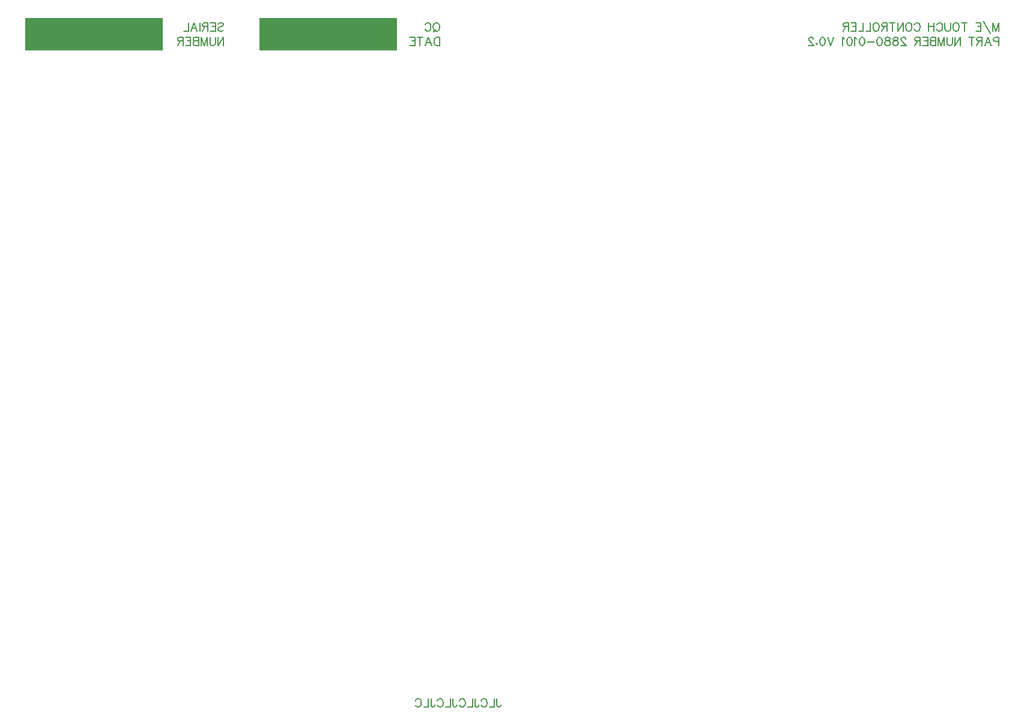
<source format=gbo>
G04 Layer: BottomSilkscreenLayer*
G04 EasyEDA v6.5.29, 2023-07-18 11:19:17*
G04 5f2044cace3448bf888c74a195837e88,5a6b42c53f6a479593ecc07194224c93,10*
G04 Gerber Generator version 0.2*
G04 Scale: 100 percent, Rotated: No, Reflected: No *
G04 Dimensions in millimeters *
G04 leading zeros omitted , absolute positions ,4 integer and 5 decimal *
%FSLAX45Y45*%
%MOMM*%

%ADD10C,0.1524*%
%ADD11C,0.2032*%

%LPD*%
D10*
X6063272Y12084491D02*
G01*
X6074181Y12079036D01*
X6085090Y12068126D01*
X6090546Y12057217D01*
X6096000Y12040854D01*
X6096000Y12013582D01*
X6090546Y11997217D01*
X6085090Y11986308D01*
X6074181Y11975398D01*
X6063272Y11969945D01*
X6041453Y11969945D01*
X6030544Y11975398D01*
X6019637Y11986308D01*
X6014181Y11997217D01*
X6008728Y12013582D01*
X6008728Y12040854D01*
X6014181Y12057217D01*
X6019637Y12068126D01*
X6030544Y12079036D01*
X6041453Y12084491D01*
X6063272Y12084491D01*
X6046909Y11991764D02*
G01*
X6014181Y11959036D01*
X5890910Y12057217D02*
G01*
X5896363Y12068126D01*
X5907272Y12079036D01*
X5918182Y12084491D01*
X5940000Y12084491D01*
X5950910Y12079036D01*
X5961819Y12068126D01*
X5967272Y12057217D01*
X5972726Y12040854D01*
X5972726Y12013582D01*
X5967272Y11997217D01*
X5961819Y11986308D01*
X5950910Y11975398D01*
X5940000Y11969945D01*
X5918182Y11969945D01*
X5907272Y11975398D01*
X5896363Y11986308D01*
X5890910Y11997217D01*
X6096000Y11881291D02*
G01*
X6096000Y11766745D01*
X6096000Y11881291D02*
G01*
X6057818Y11881291D01*
X6041453Y11875836D01*
X6030544Y11864926D01*
X6025090Y11854017D01*
X6019637Y11837654D01*
X6019637Y11810382D01*
X6025090Y11794017D01*
X6030544Y11783108D01*
X6041453Y11772198D01*
X6057818Y11766745D01*
X6096000Y11766745D01*
X5940000Y11881291D02*
G01*
X5983635Y11766745D01*
X5940000Y11881291D02*
G01*
X5896363Y11766745D01*
X5967272Y11804926D02*
G01*
X5912726Y11804926D01*
X5822182Y11881291D02*
G01*
X5822182Y11766745D01*
X5860364Y11881291D02*
G01*
X5783999Y11881291D01*
X5747999Y11881291D02*
G01*
X5747999Y11766745D01*
X5747999Y11881291D02*
G01*
X5677090Y11881291D01*
X5747999Y11826745D02*
G01*
X5704362Y11826745D01*
X5747999Y11766745D02*
G01*
X5677090Y11766745D01*
X3048000Y11881291D02*
G01*
X3048000Y11766745D01*
X3048000Y11881291D02*
G01*
X2971637Y11766745D01*
X2971637Y11881291D02*
G01*
X2971637Y11766745D01*
X2935635Y11881291D02*
G01*
X2935635Y11799473D01*
X2930182Y11783108D01*
X2919272Y11772198D01*
X2902910Y11766745D01*
X2892000Y11766745D01*
X2875635Y11772198D01*
X2864726Y11783108D01*
X2859272Y11799473D01*
X2859272Y11881291D01*
X2823273Y11881291D02*
G01*
X2823273Y11766745D01*
X2823273Y11881291D02*
G01*
X2779636Y11766745D01*
X2735999Y11881291D02*
G01*
X2779636Y11766745D01*
X2735999Y11881291D02*
G01*
X2735999Y11766745D01*
X2699999Y11881291D02*
G01*
X2699999Y11766745D01*
X2699999Y11881291D02*
G01*
X2650909Y11881291D01*
X2634546Y11875836D01*
X2629090Y11870382D01*
X2623637Y11859473D01*
X2623637Y11848564D01*
X2629090Y11837654D01*
X2634546Y11832198D01*
X2650909Y11826745D01*
X2699999Y11826745D02*
G01*
X2650909Y11826745D01*
X2634546Y11821292D01*
X2629090Y11815836D01*
X2623637Y11804926D01*
X2623637Y11788564D01*
X2629090Y11777654D01*
X2634546Y11772198D01*
X2650909Y11766745D01*
X2699999Y11766745D01*
X2587635Y11881291D02*
G01*
X2587635Y11766745D01*
X2587635Y11881291D02*
G01*
X2516728Y11881291D01*
X2587635Y11826745D02*
G01*
X2544000Y11826745D01*
X2587635Y11766745D02*
G01*
X2516728Y11766745D01*
X2480726Y11881291D02*
G01*
X2480726Y11766745D01*
X2480726Y11881291D02*
G01*
X2431635Y11881291D01*
X2415273Y11875836D01*
X2409817Y11870382D01*
X2404363Y11859473D01*
X2404363Y11848564D01*
X2409817Y11837654D01*
X2415273Y11832198D01*
X2431635Y11826745D01*
X2480726Y11826745D01*
X2442545Y11826745D02*
G01*
X2404363Y11766745D01*
X2971637Y12068126D02*
G01*
X2982544Y12079036D01*
X2998909Y12084491D01*
X3020728Y12084491D01*
X3037090Y12079036D01*
X3048000Y12068126D01*
X3048000Y12057217D01*
X3042546Y12046308D01*
X3037090Y12040854D01*
X3026181Y12035398D01*
X2993453Y12024492D01*
X2982544Y12019036D01*
X2977090Y12013582D01*
X2971637Y12002673D01*
X2971637Y11986308D01*
X2982544Y11975398D01*
X2998909Y11969945D01*
X3020728Y11969945D01*
X3037090Y11975398D01*
X3048000Y11986308D01*
X2935635Y12084491D02*
G01*
X2935635Y11969945D01*
X2935635Y12084491D02*
G01*
X2864726Y12084491D01*
X2935635Y12029945D02*
G01*
X2892000Y12029945D01*
X2935635Y11969945D02*
G01*
X2864726Y11969945D01*
X2828726Y12084491D02*
G01*
X2828726Y11969945D01*
X2828726Y12084491D02*
G01*
X2779636Y12084491D01*
X2763273Y12079036D01*
X2757817Y12073582D01*
X2752364Y12062673D01*
X2752364Y12051764D01*
X2757817Y12040854D01*
X2763273Y12035398D01*
X2779636Y12029945D01*
X2828726Y12029945D01*
X2790545Y12029945D02*
G01*
X2752364Y11969945D01*
X2716364Y12084491D02*
G01*
X2716364Y11969945D01*
X2636728Y12084491D02*
G01*
X2680362Y11969945D01*
X2636728Y12084491D02*
G01*
X2593091Y11969945D01*
X2664000Y12008126D02*
G01*
X2609453Y12008126D01*
X2557091Y12084491D02*
G01*
X2557091Y11969945D01*
X2557091Y11969945D02*
G01*
X2491635Y11969945D01*
D11*
X13982700Y12084489D02*
G01*
X13982700Y11969945D01*
X13982700Y12084489D02*
G01*
X13939062Y11969945D01*
X13895428Y12084489D02*
G01*
X13939062Y11969945D01*
X13895428Y12084489D02*
G01*
X13895428Y11969945D01*
X13761245Y12106308D02*
G01*
X13859428Y11931764D01*
X13725245Y12084489D02*
G01*
X13725245Y11969945D01*
X13725245Y12084489D02*
G01*
X13654336Y12084489D01*
X13725245Y12029945D02*
G01*
X13681610Y12029945D01*
X13725245Y11969945D02*
G01*
X13654336Y11969945D01*
X13496155Y12084489D02*
G01*
X13496155Y11969945D01*
X13534336Y12084489D02*
G01*
X13457974Y12084489D01*
X13389246Y12084489D02*
G01*
X13400156Y12079036D01*
X13411065Y12068126D01*
X13416518Y12057217D01*
X13421974Y12040854D01*
X13421974Y12013582D01*
X13416518Y11997217D01*
X13411065Y11986308D01*
X13400156Y11975399D01*
X13389246Y11969945D01*
X13367428Y11969945D01*
X13356518Y11975399D01*
X13345609Y11986308D01*
X13340156Y11997217D01*
X13334700Y12013582D01*
X13334700Y12040854D01*
X13340156Y12057217D01*
X13345609Y12068126D01*
X13356518Y12079036D01*
X13367428Y12084489D01*
X13389246Y12084489D01*
X13298700Y12084489D02*
G01*
X13298700Y12002673D01*
X13293247Y11986308D01*
X13282338Y11975399D01*
X13265972Y11969945D01*
X13255066Y11969945D01*
X13238700Y11975399D01*
X13227791Y11986308D01*
X13222338Y12002673D01*
X13222338Y12084489D01*
X13104520Y12057217D02*
G01*
X13109973Y12068126D01*
X13120883Y12079036D01*
X13131792Y12084489D01*
X13153610Y12084489D01*
X13164520Y12079036D01*
X13175429Y12068126D01*
X13180882Y12057217D01*
X13186338Y12040854D01*
X13186338Y12013582D01*
X13180882Y11997217D01*
X13175429Y11986308D01*
X13164520Y11975399D01*
X13153610Y11969945D01*
X13131792Y11969945D01*
X13120883Y11975399D01*
X13109973Y11986308D01*
X13104520Y11997217D01*
X13068520Y12084489D02*
G01*
X13068520Y11969945D01*
X12992155Y12084489D02*
G01*
X12992155Y11969945D01*
X13068520Y12029945D02*
G01*
X12992155Y12029945D01*
X12790337Y12057217D02*
G01*
X12795793Y12068126D01*
X12806702Y12079036D01*
X12817612Y12084489D01*
X12839430Y12084489D01*
X12850337Y12079036D01*
X12861246Y12068126D01*
X12866702Y12057217D01*
X12872156Y12040854D01*
X12872156Y12013582D01*
X12866702Y11997217D01*
X12861246Y11986308D01*
X12850337Y11975399D01*
X12839430Y11969945D01*
X12817612Y11969945D01*
X12806702Y11975399D01*
X12795793Y11986308D01*
X12790337Y11997217D01*
X12721612Y12084489D02*
G01*
X12732519Y12079036D01*
X12743428Y12068126D01*
X12748884Y12057217D01*
X12754338Y12040854D01*
X12754338Y12013582D01*
X12748884Y11997217D01*
X12743428Y11986308D01*
X12732519Y11975399D01*
X12721612Y11969945D01*
X12699794Y11969945D01*
X12688884Y11975399D01*
X12677975Y11986308D01*
X12672519Y11997217D01*
X12667066Y12013582D01*
X12667066Y12040854D01*
X12672519Y12057217D01*
X12677975Y12068126D01*
X12688884Y12079036D01*
X12699794Y12084489D01*
X12721612Y12084489D01*
X12631066Y12084489D02*
G01*
X12631066Y11969945D01*
X12631066Y12084489D02*
G01*
X12554701Y11969945D01*
X12554701Y12084489D02*
G01*
X12554701Y11969945D01*
X12480521Y12084489D02*
G01*
X12480521Y11969945D01*
X12518702Y12084489D02*
G01*
X12442339Y12084489D01*
X12406340Y12084489D02*
G01*
X12406340Y11969945D01*
X12406340Y12084489D02*
G01*
X12357249Y12084489D01*
X12340884Y12079036D01*
X12335431Y12073582D01*
X12329975Y12062673D01*
X12329975Y12051764D01*
X12335431Y12040854D01*
X12340884Y12035399D01*
X12357249Y12029945D01*
X12406340Y12029945D01*
X12368156Y12029945D02*
G01*
X12329975Y11969945D01*
X12261248Y12084489D02*
G01*
X12272157Y12079036D01*
X12283066Y12068126D01*
X12288522Y12057217D01*
X12293975Y12040854D01*
X12293975Y12013582D01*
X12288522Y11997217D01*
X12283066Y11986308D01*
X12272157Y11975399D01*
X12261248Y11969945D01*
X12239431Y11969945D01*
X12228522Y11975399D01*
X12217613Y11986308D01*
X12212157Y11997217D01*
X12206704Y12013582D01*
X12206704Y12040854D01*
X12212157Y12057217D01*
X12217613Y12068126D01*
X12228522Y12079036D01*
X12239431Y12084489D01*
X12261248Y12084489D01*
X12170704Y12084489D02*
G01*
X12170704Y11969945D01*
X12170704Y11969945D02*
G01*
X12105248Y11969945D01*
X12069249Y12084489D02*
G01*
X12069249Y11969945D01*
X12069249Y11969945D02*
G01*
X12003793Y11969945D01*
X11967794Y12084489D02*
G01*
X11967794Y11969945D01*
X11967794Y12084489D02*
G01*
X11896885Y12084489D01*
X11967794Y12029945D02*
G01*
X11924159Y12029945D01*
X11967794Y11969945D02*
G01*
X11896885Y11969945D01*
X11860885Y12084489D02*
G01*
X11860885Y11969945D01*
X11860885Y12084489D02*
G01*
X11811795Y12084489D01*
X11795432Y12079036D01*
X11789976Y12073582D01*
X11784523Y12062673D01*
X11784523Y12051764D01*
X11789976Y12040854D01*
X11795432Y12035399D01*
X11811795Y12029945D01*
X11860885Y12029945D01*
X11822704Y12029945D02*
G01*
X11784523Y11969945D01*
X13982700Y11881289D02*
G01*
X13982700Y11766745D01*
X13982700Y11881289D02*
G01*
X13933609Y11881289D01*
X13917246Y11875836D01*
X13911790Y11870382D01*
X13906337Y11859473D01*
X13906337Y11843108D01*
X13911790Y11832199D01*
X13917246Y11826745D01*
X13933609Y11821289D01*
X13982700Y11821289D01*
X13826700Y11881289D02*
G01*
X13870335Y11766745D01*
X13826700Y11881289D02*
G01*
X13783063Y11766745D01*
X13853972Y11804926D02*
G01*
X13799428Y11804926D01*
X13747064Y11881289D02*
G01*
X13747064Y11766745D01*
X13747064Y11881289D02*
G01*
X13697973Y11881289D01*
X13681610Y11875836D01*
X13676155Y11870382D01*
X13670700Y11859473D01*
X13670700Y11848564D01*
X13676155Y11837654D01*
X13681610Y11832199D01*
X13697973Y11826745D01*
X13747064Y11826745D01*
X13708882Y11826745D02*
G01*
X13670700Y11766745D01*
X13596518Y11881289D02*
G01*
X13596518Y11766745D01*
X13634700Y11881289D02*
G01*
X13558337Y11881289D01*
X13438337Y11881289D02*
G01*
X13438337Y11766745D01*
X13438337Y11881289D02*
G01*
X13361974Y11766745D01*
X13361974Y11881289D02*
G01*
X13361974Y11766745D01*
X13325972Y11881289D02*
G01*
X13325972Y11799473D01*
X13320519Y11783108D01*
X13309610Y11772199D01*
X13293247Y11766745D01*
X13282338Y11766745D01*
X13265972Y11772199D01*
X13255066Y11783108D01*
X13249610Y11799473D01*
X13249610Y11881289D01*
X13213610Y11881289D02*
G01*
X13213610Y11766745D01*
X13213610Y11881289D02*
G01*
X13169973Y11766745D01*
X13126338Y11881289D02*
G01*
X13169973Y11766745D01*
X13126338Y11881289D02*
G01*
X13126338Y11766745D01*
X13090337Y11881289D02*
G01*
X13090337Y11766745D01*
X13090337Y11881289D02*
G01*
X13041246Y11881289D01*
X13024883Y11875836D01*
X13019430Y11870382D01*
X13013974Y11859473D01*
X13013974Y11848564D01*
X13019430Y11837654D01*
X13024883Y11832199D01*
X13041246Y11826745D01*
X13090337Y11826745D02*
G01*
X13041246Y11826745D01*
X13024883Y11821289D01*
X13019430Y11815836D01*
X13013974Y11804926D01*
X13013974Y11788564D01*
X13019430Y11777654D01*
X13024883Y11772199D01*
X13041246Y11766745D01*
X13090337Y11766745D01*
X12977975Y11881289D02*
G01*
X12977975Y11766745D01*
X12977975Y11881289D02*
G01*
X12907065Y11881289D01*
X12977975Y11826745D02*
G01*
X12934337Y11826745D01*
X12977975Y11766745D02*
G01*
X12907065Y11766745D01*
X12871066Y11881289D02*
G01*
X12871066Y11766745D01*
X12871066Y11881289D02*
G01*
X12821975Y11881289D01*
X12805610Y11875836D01*
X12800157Y11870382D01*
X12794701Y11859473D01*
X12794701Y11848564D01*
X12800157Y11837654D01*
X12805610Y11832199D01*
X12821975Y11826745D01*
X12871066Y11826745D01*
X12832885Y11826745D02*
G01*
X12794701Y11766745D01*
X12669248Y11854017D02*
G01*
X12669248Y11859473D01*
X12663792Y11870382D01*
X12658338Y11875836D01*
X12647429Y11881289D01*
X12625611Y11881289D01*
X12614701Y11875836D01*
X12609248Y11870382D01*
X12603792Y11859473D01*
X12603792Y11848564D01*
X12609248Y11837654D01*
X12620157Y11821289D01*
X12674701Y11766745D01*
X12598339Y11766745D01*
X12535067Y11881289D02*
G01*
X12551430Y11875836D01*
X12556883Y11864926D01*
X12556883Y11854017D01*
X12551430Y11843108D01*
X12540521Y11837654D01*
X12518702Y11832199D01*
X12502339Y11826745D01*
X12491430Y11815836D01*
X12485974Y11804926D01*
X12485974Y11788564D01*
X12491430Y11777654D01*
X12496883Y11772199D01*
X12513249Y11766745D01*
X12535067Y11766745D01*
X12551430Y11772199D01*
X12556883Y11777654D01*
X12562339Y11788564D01*
X12562339Y11804926D01*
X12556883Y11815836D01*
X12545974Y11826745D01*
X12529611Y11832199D01*
X12507793Y11837654D01*
X12496883Y11843108D01*
X12491430Y11854017D01*
X12491430Y11864926D01*
X12496883Y11875836D01*
X12513249Y11881289D01*
X12535067Y11881289D01*
X12422703Y11881289D02*
G01*
X12439065Y11875836D01*
X12444521Y11864926D01*
X12444521Y11854017D01*
X12439065Y11843108D01*
X12428156Y11837654D01*
X12406340Y11832199D01*
X12389975Y11826745D01*
X12379065Y11815836D01*
X12373612Y11804926D01*
X12373612Y11788564D01*
X12379065Y11777654D01*
X12384521Y11772199D01*
X12400884Y11766745D01*
X12422703Y11766745D01*
X12439065Y11772199D01*
X12444521Y11777654D01*
X12449975Y11788564D01*
X12449975Y11804926D01*
X12444521Y11815836D01*
X12433612Y11826745D01*
X12417249Y11832199D01*
X12395431Y11837654D01*
X12384521Y11843108D01*
X12379065Y11854017D01*
X12379065Y11864926D01*
X12384521Y11875836D01*
X12400884Y11881289D01*
X12422703Y11881289D01*
X12304885Y11881289D02*
G01*
X12321247Y11875836D01*
X12332157Y11859473D01*
X12337613Y11832199D01*
X12337613Y11815836D01*
X12332157Y11788564D01*
X12321247Y11772199D01*
X12304885Y11766745D01*
X12293975Y11766745D01*
X12277613Y11772199D01*
X12266703Y11788564D01*
X12261248Y11815836D01*
X12261248Y11832199D01*
X12266703Y11859473D01*
X12277613Y11875836D01*
X12293975Y11881289D01*
X12304885Y11881289D01*
X12225248Y11815836D02*
G01*
X12127067Y11815836D01*
X12058340Y11881289D02*
G01*
X12074702Y11875836D01*
X12085612Y11859473D01*
X12091068Y11832199D01*
X12091068Y11815836D01*
X12085612Y11788564D01*
X12074702Y11772199D01*
X12058340Y11766745D01*
X12047430Y11766745D01*
X12031068Y11772199D01*
X12020158Y11788564D01*
X12014702Y11815836D01*
X12014702Y11832199D01*
X12020158Y11859473D01*
X12031068Y11875836D01*
X12047430Y11881289D01*
X12058340Y11881289D01*
X11978703Y11859473D02*
G01*
X11967794Y11864926D01*
X11951431Y11881289D01*
X11951431Y11766745D01*
X11882704Y11881289D02*
G01*
X11899066Y11875836D01*
X11909976Y11859473D01*
X11915432Y11832199D01*
X11915432Y11815836D01*
X11909976Y11788564D01*
X11899066Y11772199D01*
X11882704Y11766745D01*
X11871794Y11766745D01*
X11855432Y11772199D01*
X11844522Y11788564D01*
X11839066Y11815836D01*
X11839066Y11832199D01*
X11844522Y11859473D01*
X11855432Y11875836D01*
X11871794Y11881289D01*
X11882704Y11881289D01*
X11803067Y11859473D02*
G01*
X11792158Y11864926D01*
X11775795Y11881289D01*
X11775795Y11766745D01*
X11655795Y11881289D02*
G01*
X11612158Y11766745D01*
X11568523Y11881289D02*
G01*
X11612158Y11766745D01*
X11499796Y11881289D02*
G01*
X11516159Y11875836D01*
X11527068Y11859473D01*
X11532522Y11832199D01*
X11532522Y11815836D01*
X11527068Y11788564D01*
X11516159Y11772199D01*
X11499796Y11766745D01*
X11488887Y11766745D01*
X11472522Y11772199D01*
X11461615Y11788564D01*
X11456159Y11815836D01*
X11456159Y11832199D01*
X11461615Y11859473D01*
X11472522Y11875836D01*
X11488887Y11881289D01*
X11499796Y11881289D01*
X11414704Y11794017D02*
G01*
X11420160Y11788564D01*
X11414704Y11783108D01*
X11409250Y11788564D01*
X11414704Y11794017D01*
X11367795Y11854017D02*
G01*
X11367795Y11859473D01*
X11362342Y11870382D01*
X11356886Y11875836D01*
X11345976Y11881289D01*
X11324160Y11881289D01*
X11313251Y11875836D01*
X11307795Y11870382D01*
X11302342Y11859473D01*
X11302342Y11848564D01*
X11307795Y11837654D01*
X11318704Y11821289D01*
X11373251Y11766745D01*
X11296886Y11766745D01*
X6904990Y2546857D02*
G01*
X6904990Y2459481D01*
X6910577Y2443226D01*
X6915911Y2437637D01*
X6926834Y2432304D01*
X6937756Y2432304D01*
X6948677Y2437637D01*
X6954265Y2443226D01*
X6959600Y2459481D01*
X6959600Y2470404D01*
X6869175Y2546857D02*
G01*
X6869175Y2432304D01*
X6869175Y2432304D02*
G01*
X6803643Y2432304D01*
X6685788Y2519426D02*
G01*
X6691122Y2530347D01*
X6702043Y2541270D01*
X6712965Y2546857D01*
X6734809Y2546857D01*
X6745731Y2541270D01*
X6756654Y2530347D01*
X6762241Y2519426D01*
X6767575Y2503170D01*
X6767575Y2475992D01*
X6762241Y2459481D01*
X6756654Y2448560D01*
X6745731Y2437637D01*
X6734809Y2432304D01*
X6712965Y2432304D01*
X6702043Y2437637D01*
X6691122Y2448560D01*
X6685788Y2459481D01*
X6595363Y2546857D02*
G01*
X6595363Y2459481D01*
X6600697Y2443226D01*
X6606031Y2437637D01*
X6616954Y2432304D01*
X6627875Y2432304D01*
X6638797Y2437637D01*
X6644386Y2443226D01*
X6649720Y2459481D01*
X6649720Y2470404D01*
X6559295Y2546857D02*
G01*
X6559295Y2432304D01*
X6559295Y2432304D02*
G01*
X6493763Y2432304D01*
X6375908Y2519426D02*
G01*
X6381495Y2530347D01*
X6392418Y2541270D01*
X6403340Y2546857D01*
X6424929Y2546857D01*
X6435852Y2541270D01*
X6446774Y2530347D01*
X6452361Y2519426D01*
X6457695Y2503170D01*
X6457695Y2475992D01*
X6452361Y2459481D01*
X6446774Y2448560D01*
X6435852Y2437637D01*
X6424929Y2432304D01*
X6403340Y2432304D01*
X6392418Y2437637D01*
X6381495Y2448560D01*
X6375908Y2459481D01*
X6285484Y2546857D02*
G01*
X6285484Y2459481D01*
X6290818Y2443226D01*
X6296406Y2437637D01*
X6307327Y2432304D01*
X6318250Y2432304D01*
X6329172Y2437637D01*
X6334506Y2443226D01*
X6339840Y2459481D01*
X6339840Y2470404D01*
X6249415Y2546857D02*
G01*
X6249415Y2432304D01*
X6249415Y2432304D02*
G01*
X6183884Y2432304D01*
X6066027Y2519426D02*
G01*
X6071615Y2530347D01*
X6082538Y2541270D01*
X6093459Y2546857D01*
X6115304Y2546857D01*
X6126225Y2541270D01*
X6137147Y2530347D01*
X6142481Y2519426D01*
X6148070Y2503170D01*
X6148070Y2475992D01*
X6142481Y2459481D01*
X6137147Y2448560D01*
X6126225Y2437637D01*
X6115304Y2432304D01*
X6093459Y2432304D01*
X6082538Y2437637D01*
X6071615Y2448560D01*
X6066027Y2459481D01*
X5975604Y2546857D02*
G01*
X5975604Y2459481D01*
X5980938Y2443226D01*
X5986525Y2437637D01*
X5997447Y2432304D01*
X6008370Y2432304D01*
X6019291Y2437637D01*
X6024625Y2443226D01*
X6030213Y2459481D01*
X6030213Y2470404D01*
X5939536Y2546857D02*
G01*
X5939536Y2432304D01*
X5939536Y2432304D02*
G01*
X5874258Y2432304D01*
X5756402Y2519426D02*
G01*
X5761736Y2530347D01*
X5772658Y2541270D01*
X5783579Y2546857D01*
X5805424Y2546857D01*
X5816345Y2541270D01*
X5827268Y2530347D01*
X5832602Y2519426D01*
X5838190Y2503170D01*
X5838190Y2475992D01*
X5832602Y2459481D01*
X5827268Y2448560D01*
X5816345Y2437637D01*
X5805424Y2432304D01*
X5783579Y2432304D01*
X5772658Y2437637D01*
X5761736Y2448560D01*
X5756402Y2459481D01*
G36*
X3556000Y12153900D02*
G01*
X5492750Y12153900D01*
X5492750Y11692001D01*
X3556000Y11692001D01*
G37*
G36*
X254000Y12153900D02*
G01*
X2190750Y12153900D01*
X2190750Y11692001D01*
X254000Y11692001D01*
G37*
M02*

</source>
